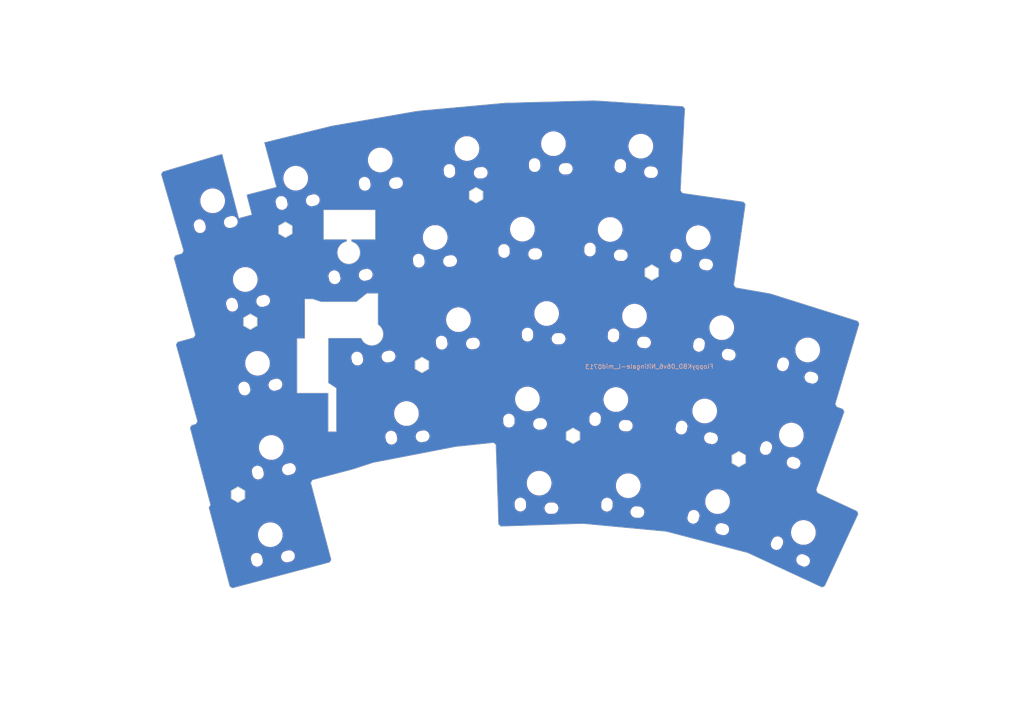
<source format=kicad_pcb>
(kicad_pcb (version 20221018) (generator pcbnew)
  (layers (0 "F.Cu" signal) (31 "B.Cu" signal) (34 "B.Paste" user) (35 "F.Paste" user) (36 "B.SilkS" user "B.Silkscreen") (37 "F.SilkS" user "F.Silkscreen") (38 "B.Mask" user) (39 "F.Mask" user) (44 "Edge.Cuts" user))
  (net 0 "")
  (net 1 "GND")
  (footprint "mylib:GateronLowProfileSwitch2.0_mid01" (layer "F.Cu") (at 66.245 42.561 -24.9)
    (fp_text reference "SW30")
    (fp_text value "SW_PUSH")
    (pad "" np_thru_hole oval (at -4.4 4.7 65.1) (size 2.65 2.1) (drill oval 2.65 2.1) (layers "F&B.Cu" "*.Mask"))
    (pad "" np_thru_hole circle (at 0 0 335.1) (size 5.1 5.1) (drill 5.1) (layers "F&B.Cu" "*.Mask"))
    (pad "" np_thru_hole oval (at 2.6 5.75 335.1) (size 2.65 2.1) (drill oval 2.65 2.1) (layers "F&B.Cu" "*.Mask"))
  )
  (footprint "mylib:GateronLowProfileSwitch2.0_mid01" (layer "F.Cu") (at 43.942 15.091 -11.31)
    (fp_text reference "SW24")
    (fp_text value "SW_PUSH")
    (pad "" np_thru_hole oval (at -4.4 4.7 78.69) (size 2.65 2.1) (drill oval 2.65 2.1) (layers "F&B.Cu" "*.Mask"))
    (pad "" np_thru_hole circle (at 0 0 348.69) (size 5.1 5.1) (drill 5.1) (layers "F&B.Cu" "*.Mask"))
    (pad "" np_thru_hole oval (at 2.6 5.75 348.69) (size 2.65 2.1) (drill oval 2.65 2.1) (layers "F&B.Cu" "*.Mask"))
  )
  (footprint "mylib:GateronLowProfileSwitch2.0_mid01" (layer "F.Cu") (at -29.366 -41.671 9.89)
    (fp_text reference "SW3")
    (fp_text value "SW_PUSH")
    (pad "" np_thru_hole oval (at -4.4 4.7 99.89) (size 2.65 2.1) (drill oval 2.65 2.1) (layers "F&B.Cu" "*.Mask"))
    (pad "" np_thru_hole circle (at 0 0 9.89) (size 5.1 5.1) (drill 5.1) (layers "F&B.Cu" "*.Mask"))
    (pad "" np_thru_hole oval (at 2.6 5.75 9.89) (size 2.65 2.1) (drill oval 2.65 2.1) (layers "F&B.Cu" "*.Mask"))
  )
  (footprint "mylib:GateronLowProfileSwitch2.0_mid02_nohole" (layer "F.Cu") (at -31.269 -2.295 12.24)
    (fp_text reference "SW14")
    (fp_text value "SW_PUSH")
    (pad "" np_thru_hole oval (at -4.4 4.7 102.24) (size 2.65 2.1) (drill oval 2.65 2.1) (layers "F&B.Cu" "*.Mask"))
    (pad "" np_thru_hole oval (at 2.6 5.75 12.24) (size 2.65 2.1) (drill oval 2.65 2.1) (layers "F&B.Cu" "*.Mask"))
  )
  (footprint "mylib:GateronLowProfileSwitch2.0_mid01" (layer "F.Cu") (at -54.215 43.059 14.84)
    (fp_text reference "SW26")
    (fp_text value "SW_PUSH")
    (pad "" np_thru_hole oval (at -4.4 4.7 104.84) (size 2.65 2.1) (drill oval 2.65 2.1) (layers "F&B.Cu" "*.Mask"))
    (pad "" np_thru_hole circle (at 0 0 14.84) (size 5.1 5.1) (drill 5.1) (layers "F&B.Cu" "*.Mask"))
    (pad "" np_thru_hole oval (at 2.6 5.75 14.84) (size 2.65 2.1) (drill oval 2.65 2.1) (layers "F&B.Cu" "*.Mask"))
  )
  (footprint "mylib:GateronLowProfileSwitch2.0_mid01" (layer "F.Cu") (at 6.528 31.409 1.91)
    (fp_text reference "SW27")
    (fp_text value "SW_PUSH")
    (pad "" np_thru_hole oval (at -4.4 4.7 91.91) (size 2.65 2.1) (drill oval 2.65 2.1) (layers "F&B.Cu" "*.Mask"))
    (pad "" np_thru_hole circle (at 0 0 1.91) (size 5.1 5.1) (drill 5.1) (layers "F&B.Cu" "*.Mask"))
    (pad "" np_thru_hole oval (at 2.6 5.75 1.91) (size 2.65 2.1) (drill oval 2.65 2.1) (layers "F&B.Cu" "*.Mask"))
  )
  (footprint "mylib:GateronLowProfileSwitch2.0_mid01" (layer "F.Cu") (at 8.221 -6.958 0.97)
    (fp_text reference "SW16")
    (fp_text value "SW_PUSH")
    (pad "" np_thru_hole oval (at -4.4 4.7 90.97) (size 2.65 2.1) (drill oval 2.65 2.1) (layers "F&B.Cu" "*.Mask"))
    (pad "" np_thru_hole circle (at 0 0 0.97) (size 5.1 5.1) (drill 5.1) (layers "F&B.Cu" "*.Mask"))
    (pad "" np_thru_hole oval (at 2.6 5.75 0.97) (size 2.65 2.1) (drill oval 2.65 2.1) (layers "F&B.Cu" "*.Mask"))
  )
  (footprint "mylib:GateronLowProfileSwitch2.0_mid01" (layer "F.Cu") (at 29.516 -44.792 -3.04)
    (fp_text reference "SW6")
    (fp_text value "SW_PUSH")
    (pad "" np_thru_hole oval (at -4.4 4.7 86.96) (size 2.65 2.1) (drill oval 2.65 2.1) (layers "F&B.Cu" "*.Mask"))
    (pad "" np_thru_hole circle (at 0 0 356.96) (size 5.1 5.1) (drill 5.1) (layers "F&B.Cu" "*.Mask"))
    (pad "" np_thru_hole oval (at 2.6 5.75 356.96) (size 2.65 2.1) (drill oval 2.65 2.1) (layers "F&B.Cu" "*.Mask"))
  )
  (footprint "mylib:GateronLowProfileSwitch2.0_mid01" (layer "F.Cu") (at -11.71 -5.562 7.05)
    (fp_text reference "SW15")
    (fp_text value "SW_PUSH")
    (pad "" np_thru_hole oval (at -4.4 4.7 97.05) (size 2.65 2.1) (drill oval 2.65 2.1) (layers "F&B.Cu" "*.Mask"))
    (pad "" np_thru_hole circle (at 0 0 7.05) (size 5.1 5.1) (drill 5.1) (layers "F&B.Cu" "*.Mask"))
    (pad "" np_thru_hole oval (at 2.6 5.75 7.05) (size 2.65 2.1) (drill oval 2.65 2.1) (layers "F&B.Cu" "*.Mask"))
  )
  (footprint "mylib:GateronLowProfileSwitch2.0_mid01" (layer "F.Cu") (at -53.994 23.345 14.84)
    (fp_text reference "SW20")
    (fp_text value "SW_PUSH")
    (pad "" np_thru_hole oval (at -4.4 4.7 104.84) (size 2.65 2.1) (drill oval 2.65 2.1) (layers "F&B.Cu" "*.Mask"))
    (pad "" np_thru_hole circle (at 0 0 14.84) (size 5.1 5.1) (drill 5.1) (layers "F&B.Cu" "*.Mask"))
    (pad "" np_thru_hole oval (at 2.6 5.75 14.84) (size 2.65 2.1) (drill oval 2.65 2.1) (layers "F&B.Cu" "*.Mask"))
  )
  (footprint "mylib:GateronLowProfileSwitch2.0_mid01" (layer "F.Cu") (at -23.455 15.666 10.96)
    (fp_text reference "SW21")
    (fp_text value "SW_PUSH")
    (pad "" np_thru_hole oval (at -4.4 4.7 100.96) (size 2.65 2.1) (drill oval 2.65 2.1) (layers "F&B.Cu" "*.Mask"))
    (pad "" np_thru_hole circle (at 0 0 10.96) (size 5.1 5.1) (drill 5.1) (layers "F&B.Cu" "*.Mask"))
    (pad "" np_thru_hole oval (at 2.6 5.75 10.96) (size 2.65 2.1) (drill oval 2.65 2.1) (layers "F&B.Cu" "*.Mask"))
  )
  (footprint "mylib:GateronLowProfileSwitch2.0_mid02_nohole" (layer "F.Cu") (at -36.493 -20.726 13.05)
    (fp_text reference "SW8")
    (fp_text value "SW_PUSH")
    (pad "" np_thru_hole oval (at -4.4 4.7 103.05) (size 2.65 2.1) (drill oval 2.65 2.1) (layers "F&B.Cu" "*.Mask"))
    (pad "" np_thru_hole oval (at 2.6 5.75 13.05) (size 2.65 2.1) (drill oval 2.65 2.1) (layers "F&B.Cu" "*.Mask"))
  )
  (footprint "mylib:GateronLowProfileSwitch2.0_mid01" (layer "F.Cu") (at 3.882 12.377 2.55)
    (fp_text reference "SW22")
    (fp_text value "SW_PUSH")
    (pad "" np_thru_hole oval (at -4.4 4.7 92.55) (size 2.65 2.1) (drill oval 2.65 2.1) (layers "F&B.Cu" "*.Mask"))
    (pad "" np_thru_hole circle (at 0 0 2.55) (size 5.1 5.1) (drill 5.1) (layers "F&B.Cu" "*.Mask"))
    (pad "" np_thru_hole oval (at 2.6 5.75 2.55) (size 2.65 2.1) (drill oval 2.65 2.1) (layers "F&B.Cu" "*.Mask"))
  )
  (footprint "mylib:GateronLowProfileSwitch2.0_mid01" (layer "F.Cu") (at 26.663 31.987 -5.2)
    (fp_text reference "SW28")
    (fp_text value "SW_PUSH")
    (pad "" np_thru_hole oval (at -4.4 4.7 84.8) (size 2.65 2.1) (drill oval 2.65 2.1) (layers "F&B.Cu" "*.Mask"))
    (pad "" np_thru_hole circle (at 0 0 354.8) (size 5.1 5.1) (drill 5.1) (layers "F&B.Cu" "*.Mask"))
    (pad "" np_thru_hole oval (at 2.6 5.75 354.8) (size 2.65 2.1) (drill oval 2.65 2.1) (layers "F&B.Cu" "*.Mask"))
  )
  (footprint "mylib:GateronLowProfileSwitch2.0_mid01" (layer "F.Cu") (at -57.108 4.3 15.57)
    (fp_text reference "SW13")
    (fp_text value "SW_PUSH")
    (pad "" np_thru_hole oval (at -4.4 4.7 105.57) (size 2.65 2.1) (drill oval 2.65 2.1) (layers "F&B.Cu" "*.Mask"))
    (pad "" np_thru_hole circle (at 0 0 15.57) (size 5.1 5.1) (drill 5.1) (layers "F&B.Cu" "*.Mask"))
    (pad "" np_thru_hole oval (at 2.6 5.75 15.57) (size 2.65 2.1) (drill oval 2.65 2.1) (layers "F&B.Cu" "*.Mask"))
  )
  (footprint "mylib:GateronLowProfileSwitch2.0_mid01" (layer "F.Cu") (at 2.747 -26.028 2.97)
    (fp_text reference "SW10")
    (fp_text value "SW_PUSH")
    (pad "" np_thru_hole oval (at -4.4 4.7 92.97) (size 2.65 2.1) (drill oval 2.65 2.1) (layers "F&B.Cu" "*.Mask"))
    (pad "" np_thru_hole circle (at 0 0 2.97) (size 5.1 5.1) (drill 5.1) (layers "F&B.Cu" "*.Mask"))
    (pad "" np_thru_hole oval (at 2.6 5.75 2.97) (size 2.65 2.1) (drill oval 2.65 2.1) (layers "F&B.Cu" "*.Mask"))
  )
  (footprint "mylib:GateronLowProfileSwitch2.0_mid01" (layer "F.Cu") (at 47.797 -3.747 -9.92)
    (fp_text reference "SW18")
    (fp_text value "SW_PUSH")
    (pad "" np_thru_hole oval (at -4.4 4.7 80.08) (size 2.65 2.1) (drill oval 2.65 2.1) (layers "F&B.Cu" "*.Mask"))
    (pad "" np_thru_hole circle (at 0 0 350.08) (size 5.1 5.1) (drill 5.1) (layers "F&B.Cu" "*.Mask"))
    (pad "" np_thru_hole oval (at 2.6 5.75 350.08) (size 2.65 2.1) (drill oval 2.65 2.1) (layers "F&B.Cu" "*.Mask"))
  )
  (footprint "mylib:GateronLowProfileSwitch2.0_mid01" (layer "F.Cu") (at -9.779 -44.269 5.22)
    (fp_text reference "SW4")
    (fp_text value "SW_PUSH")
    (pad "" np_thru_hole oval (at -4.4 4.7 95.22) (size 2.65 2.1) (drill oval 2.65 2.1) (layers "F&B.Cu" "*.Mask"))
    (pad "" np_thru_hole circle (at 0 0 5.22) (size 5.1 5.1) (drill 5.1) (layers "F&B.Cu" "*.Mask"))
    (pad "" np_thru_hole oval (at 2.6 5.75 5.22) (size 2.65 2.1) (drill oval 2.65 2.1) (layers "F&B.Cu" "*.Mask"))
  )
  (footprint "mylib:GateronLowProfileSwitch2.0_mid01" (layer "F.Cu") (at 22.577 -25.962 -2)
    (fp_text reference "SW11")
    (fp_text value "SW_PUSH")
    (pad "" np_thru_hole oval (at -4.4 4.7 88) (size 2.65 2.1) (drill oval 2.65 2.1) (layers "F&B.Cu" "*.Mask"))
    (pad "" np_thru_hole circle (at 0 0 358) (size 5.1 5.1) (drill 5.1) (layers "F&B.Cu" "*.Mask"))
    (pad "" np_thru_hole oval (at 2.6 5.75 358) (size 2.65 2.1) (drill oval 2.65 2.1) (layers "F&B.Cu" "*.Mask"))
  )
  (footprint "mylib:GateronLowProfileSwitch2.0_mid01" (layer "F.Cu") (at 9.765 -45.354 1.73)
    (fp_text reference "SW5")
    (fp_text value "SW_PUSH")
    (pad "" np_thru_hole oval (at -4.4 4.7 91.73) (size 2.65 2.1) (drill oval 2.65 2.1) (layers "F&B.Cu" "*.Mask"))
    (pad "" np_thru_hole circle (at 0 0 1.73) (size 5.1 5.1) (drill 5.1) (layers "F&B.Cu" "*.Mask"))
    (pad "" np_thru_hole oval (at 2.6 5.75 1.73) (size 2.65 2.1) (drill oval 2.65 2.1) (layers "F&B.Cu" "*.Mask"))
  )
  (footprint "mylib:GateronLowProfileSwitch2.0_mid01" (layer "F.Cu") (at 42.483 -24.092 -8.1)
    (fp_text reference "SW12")
    (fp_text value "SW_PUSH")
    (pad "" np_thru_hole oval (at -4.4 4.7 81.9) (size 2.65 2.1) (drill oval 2.65 2.1) (layers "F&B.Cu" "*.Mask"))
    (pad "" np_thru_hole circle (at 0 0 351.9) (size 5.1 5.1) (drill 5.1) (layers "F&B.Cu" "*.Mask"))
    (pad "" np_thru_hole oval (at 2.6 5.75 351.9) (size 2.65 2.1) (drill oval 2.65 2.1) (layers "F&B.Cu" "*.Mask"))
  )
  (footprint "mylib:GateronLowProfileSwitch2.0_mid01" (layer "F.Cu") (at -59.879 -14.652 15.57)
    (fp_text reference "SW7")
    (fp_text value "SW_PUSH")
    (pad "" np_thru_hole oval (at -4.4 4.7 105.57) (size 2.65 2.1) (drill oval 2.65 2.1) (layers "F&B.Cu" "*.Mask"))
    (pad "" np_thru_hole circle (at 0 0 15.57) (size 5.1 5.1) (drill 5.1) (layers "F&B.Cu" "*.Mask"))
    (pad "" np_thru_hole oval (at 2.6 5.75 15.57) (size 2.65 2.1) (drill oval 2.65 2.1) (layers "F&B.Cu" "*.Mask"))
  )
  (footprint "mylib:GateronLowProfileSwitch2.0_mid01" (layer "F.Cu") (at -16.961 -24.156 7.88)
    (fp_text reference "SW9")
    (fp_text value "SW_PUSH")
    (pad "" np_thru_hole oval (at -4.4 4.7 97.88) (size 2.65 2.1) (drill oval 2.65 2.1) (layers "F&B.Cu" "*.Mask"))
    (pad "" np_thru_hole circle (at 0 0 7.88) (size 5.1 5.1) (drill 5.1) (layers "F&B.Cu" "*.Mask"))
    (pad "" np_thru_hole oval (at 2.6 5.75 7.88) (size 2.65 2.1) (drill oval 2.65 2.1) (layers "F&B.Cu" "*.Mask"))
  )
  (footprint "mylib:GateronLowProfileSwitch2.0_mid01" (layer "F.Cu") (at 63.52 20.535 -19.72)
    (fp_text reference "SW25")
    (fp_text value "SW_PUSH")
    (pad "" np_thru_hole oval (at -4.4 4.7 70.28) (size 2.65 2.1) (drill oval 2.65 2.1) (layers "F&B.Cu" "*.Mask"))
    (pad "" np_thru_hole circle (at 0 0 340.28) (size 5.1 5.1) (drill 5.1) (layers "F&B.Cu" "*.Mask"))
    (pad "" np_thru_hole oval (at 2.6 5.75 340.28) (size 2.65 2.1) (drill oval 2.65 2.1) (layers "F&B.Cu" "*.Mask"))
  )
  (footprint "mylib:GateronLowProfileSwitch2.0_mid01" (layer "F.Cu") (at 23.868 12.506 -3.6)
    (fp_text reference "SW23")
    (fp_text value "SW_PUSH")
    (pad "" np_thru_hole oval (at -4.4 4.7 86.4) (size 2.65 2.1) (drill oval 2.65 2.1) (layers "F&B.Cu" "*.Mask"))
    (pad "" np_thru_hole circle (at 0 0 356.4) (size 5.1 5.1) (drill 5.1) (layers "F&B.Cu" "*.Mask"))
    (pad "" np_thru_hole oval (at 2.6 5.75 356.4) (size 2.65 2.1) (drill oval 2.65 2.1) (layers "F&B.Cu" "*.Mask"))
  )
  (footprint "mylib:GateronLowProfileSwitch2.0_mid01" (layer "F.Cu") (at 46.844 35.584 -14.67)
    (fp_text reference "SW29")
    (fp_text value "SW_PUSH")
    (pad "" np_thru_hole oval (at -4.4 4.7 75.33) (size 2.65 2.1) (drill oval 2.65 2.1) (layers "F&B.Cu" "*.Mask"))
    (pad "" np_thru_hole circle (at 0 0 345.33) (size 5.1 5.1) (drill 5.1) (layers "F&B.Cu" "*.Mask"))
    (pad "" np_thru_hole oval (at 2.6 5.75 345.33) (size 2.65 2.1) (drill oval 2.65 2.1) (layers "F&B.Cu" "*.Mask"))
  )
  (footprint "mylib:GateronLowProfileSwitch2.0_mid01" (layer "F.Cu") (at -48.475 -37.55 13.39)
    (fp_text reference "SW2")
    (fp_text value "SW_PUSH")
    (pad "" np_thru_hole oval (at -4.4 4.7 103.39) (size 2.65 2.1) (drill oval 2.65 2.1) (layers "F&B.Cu" "*.Mask"))
    (pad "" np_thru_hole circle (at 0 0 13.39) (size 5.1 5.1) (drill 5.1) (layers "F&B.Cu" "*.Mask"))
    (pad "" np_thru_hole oval (at 2.6 5.75 13.39) (size 2.65 2.1) (drill oval 2.65 2.1) (layers "F&B.Cu" "*.Mask"))
  )
  (footprint "mylib:GateronLowProfileSwitch2.0_mid01" (layer "F.Cu") (at 28.081 -6.355 -4.4)
    (fp_text reference "SW17")
    (fp_text value "SW_PUSH")
    (pad "" np_thru_hole oval (at -4.4 4.7 85.6) (size 2.65 2.1) (drill oval 2.65 2.1) (layers "F&B.Cu" "*.Mask"))
    (pad "" np_thru_hole circle (at 0 0 355.6) (size 5.1 5.1) (drill 5.1) (layers "F&B.Cu" "*.Mask"))
    (pad "" np_thru_hole oval (at 2.6 5.75 355.6) (size 2.65 2.1) (drill oval 2.65 2.1) (layers "F&B.Cu" "*.Mask"))
  )
  (footprint "mylib:GateronLowProfileSwitch2.0_mid01" (layer "F.Cu") (at -67.25 -32.444 16.25)
    (fp_text reference "SW1")
    (fp_text value "SW_PUSH")
    (pad "" np_thru_hole oval (at -4.4 4.7 106.25) (size 2.65 2.1) (drill oval 2.65 2.1) (layers "F&B.Cu" "*.Mask"))
    (pad "" np_thru_hole circle (at 0 0 16.25) (size 5.1 5.1) (drill 5.1) (layers "F&B.Cu" "*.Mask"))
    (pad "" np_thru_hole oval (at 2.6 5.75 16.25) (size 2.65 2.1) (drill oval 2.65 2.1) (layers "F&B.Cu" "*.Mask"))
  )
  (footprint "mylib:GateronLowProfileSwitch2.0_mid01" (layer "F.Cu") (at 67.206 1.284 -16.62)
    (fp_text reference "SW19")
    (fp_text value "SW_PUSH")
    (pad "" np_thru_hole oval (at -4.4 4.7 73.38) (size 2.65 2.1) (drill oval 2.65 2.1) (layers "F&B.Cu" "*.Mask"))
    (pad "" np_thru_hole circle (at 0 0 343.38) (size 5.1 5.1) (drill 5.1) (layers "F&B.Cu" "*.Mask"))
    (pad "" np_thru_hole oval (at 2.6 5.75 343.38) (size 2.65 2.1) (drill oval 2.65 2.1) (layers "F&B.Cu" "*.Mask"))
  )
  (gr_line (start -6.2 -34.575) (end -6.2 -32.825) (stroke (width 0.2)) (layer "Edge.Cuts"))
  (gr_line (start 78.549939 -5.250939) (end 78.883835 -4.621774) (stroke (width 0.1)) (layer "Edge.Cuts"))
  (gr_line (start -36.957071 -23.233417) (end -36.957071 -23.72) (stroke (width 0.1)) (layer "Edge.Cuts"))
  (gr_line (start 69.464253 33.581809) (end 69.17943 32.900645) (stroke (width 0.1)) (layer "Edge.Cuts"))
  (gr_line (start 12.668911 19.825) (end 14.184456 18.95) (stroke (width 0.2)) (layer "Edge.Cuts"))
  (gr_line (start 15.7 19.825) (end 15.7 21.575) (stroke (width 0.2)) (layer "Edge.Cuts"))
  (gr_line (start -61.515544 32.25) (end -60 33.125) (stroke (width 0.2)) (layer "Edge.Cuts"))
  (gr_line (start 31.984456 -14.475) (end 30.468911 -15.35) (stroke (width 0.2)) (layer "Edge.Cuts"))
  (gr_line (start 50.126683 26.8625) (end 50.126683 25.1125) (stroke (width 0.2)) (layer "Edge.Cuts"))
  (gr_line (start 30.468911 -17.1) (end 31.984456 -17.975) (stroke (width 0.2)) (layer "Edge.Cuts"))
  (gr_line (start -41.1 -1.4) (end -33.656776 -1.4) (stroke (width 0.1)) (layer "Edge.Cuts"))
  (gr_line (start -40.786806 49.329904) (end -40.431492 48.718551) (stroke (width 0.1)) (layer "Edge.Cuts"))
  (gr_line (start -40.35674 -49.397813) (end -21.639187 -52.66174) (stroke (width 0.1)) (layer "Edge.Cuts"))
  (gr_line (start -6.2 -32.825) (end -7.715544 -31.95) (stroke (width 0.2)) (layer "Edge.Cuts"))
  (gr_line (start 78.650961 38.396613) (end 71.073411 54.723913) (stroke (width 0.1)) (layer "Edge.Cuts"))
  (gr_line (start 73.805821 14.130062) (end 75.197712 14.628982) (stroke (width 0.1)) (layer "Edge.Cuts"))
  (gr_line (start 53.157772 25.1125) (end 53.157772 26.8625) (stroke (width 0.2)) (layer "Edge.Cuts"))
  (gr_line (start -19.957772 6.4375) (end -21.473317 5.5625) (stroke (width 0.2)) (layer "Edge.Cuts"))
  (gr_line (start -52.331089 -26.775) (end -50.815544 -27.65) (stroke (width 0.2)) (layer "Edge.Cuts"))
  (gr_line (start 50.966721 -12.836711) (end 58.792206 -11.467457) (stroke (width 0.1)) (layer "Edge.Cuts"))
  (gr_line (start -71.057539 18.036978) (end -70.706007 17.435963) (stroke (width 0.1)) (layer "Edge.Cuts"))
  (gr_line (start -45.040173 31.31855) (end -40.431492 48.718551) (stroke (width 0.1)) (layer "Edge.Cuts"))
  (gr_line (start -45.040173 31.31855) (end -44.684862 30.707184) (stroke (width 0.1)) (layer "Edge.Cuts"))
  (gr_line (start 70.409373 54.966993) (end 53.628306 47.180258) (stroke (width 0.1)) (layer "Edge.Cuts"))
  (gr_arc (start -35.886221 -23.202756) (mid -36.565982 -18.177044) (end -36.957071 -23.233417) (stroke (width 0.1)) (layer "Edge.Cuts"))
  (gr_line (start -41.1 19.75) (end -39.3 19.75) (stroke (width 0.1)) (layer "Edge.Cuts"))
  (gr_line (start 39.479288 -53.276273) (end 38.497657 -34.766136) (stroke (width 0.1)) (layer "Edge.Cuts"))
  (gr_line (start -49.3 -26.775) (end -49.3 -25.025) (stroke (width 0.2)) (layer "Edge.Cuts"))
  (gr_line (start -75.674796 -20.1134) (end -76.022358 -19.498012) (stroke (width 0.1)) (layer "Edge.Cuts"))
  (gr_line (start -46.4 -1.3) (end -48.15 -1.3) (stroke (width 0.1)) (layer "Edge.Cuts"))
  (gr_line (start -75.191268 -0.522991) (end -75.539439 0.090239) (stroke (width 0.1)) (layer "Edge.Cuts"))
  (gr_line (start 58.792206 -11.467457) (end 78.549939 -5.250939) (stroke (width 0.1)) (layer "Edge.Cuts"))
  (gr_line (start 14.184456 22.45) (end 12.668911 21.575) (stroke (width 0.2)) (layer "Edge.Cuts"))
  (gr_line (start -9.231089 -34.575) (end -7.715544 -35.45) (stroke (width 0.2)) (layer "Edge.Cuts"))
  (gr_line (start -29.9 -4.446357) (end -29.9 -11.5) (stroke (width 0.1)) (layer "Edge.Cuts"))
  (gr_line (start -63.031089 33.125) (end -61.515544 32.25) (stroke (width 0.2)) (layer "Edge.Cuts"))
  (gr_line (start 31.984456 -17.975) (end 33.5 -17.1) (stroke (width 0.2)) (layer "Edge.Cuts"))
  (gr_line (start 18.974297 -55.136068) (end 39.006861 -53.808631) (stroke (width 0.1)) (layer "Edge.Cuts"))
  (gr_line (start -60 33.125) (end -60 34.875) (stroke (width 0.2)) (layer "Edge.Cuts"))
  (gr_line (start 50.126683 25.1125) (end 51.642228 24.2375) (stroke (width 0.2)) (layer "Edge.Cuts"))
  (gr_line (start -21.639187 -52.66174) (end -20.104403 -52.8647) (stroke (width 0.1)) (layer "Edge.Cuts"))
  (gr_line (start -58.734455 -6.85) (end -57.218911 -5.975) (stroke (width 0.2)) (layer "Edge.Cuts"))
  (gr_line (start -2.666207 40.721173) (end -2.149791 41.2042) (stroke (width 0.1)) (layer "Edge.Cuts"))
  (gr_line (start -57.218911 -5.975) (end -57.218911 -4.225) (stroke (width 0.2)) (layer "Edge.Cuts"))
  (gr_line (start 35.247742 42.368306) (end 16.339894 40.586513) (stroke (width 0.1)) (layer "Edge.Cuts"))
  (gr_line (start -41.1 11) (end -41.1 19.75) (stroke (width 0.1)) (layer "Edge.Cuts"))
  (gr_line (start -55.59 -45.65) (end -40.35674 -49.397813) (stroke (width 0.1)) (layer "Edge.Cuts"))
  (gr_line (start -57.218911 -4.225) (end -58.734455 -3.35) (stroke (width 0.2)) (layer "Edge.Cuts"))
  (gr_line (start 16.339894 40.586513) (end -2.149791 41.2042) (stroke (width 0.1)) (layer "Edge.Cuts"))
  (gr_line (start -48.15 -1.3) (end -48.15 11) (stroke (width 0.1)) (layer "Edge.Cuts"))
  (gr_line (start 15.7 21.575) (end 14.184456 22.45) (stroke (width 0.2)) (layer "Edge.Cuts"))
  (gr_line (start 53.167598 -31.64775) (end 50.545391 -13.417795) (stroke (width 0.1)) (layer "Edge.Cuts"))
  (gr_line (start -68.123683 36.926853) (end -63.389827 54.79945) (stroke (width 0.1)) (layer "Edge.Cuts"))
  (gr_line (start -52.87 -35.57) (end -55.59 -45.65) (stroke (width 0.1)) (layer "Edge.Cuts"))
  (gr_line (start -19.957772 2.9375) (end -18.442228 3.8125) (stroke (width 0.2)) (layer "Edge.Cuts"))
  (gr_line (start -39.3 9.95) (end -41.1 8.766413) (stroke (width 0.1)) (layer "Edge.Cuts"))
  (gr_line (start 38.966085 -34.19565) (end 38.497657 -34.766136) (stroke (width 0.1)) (layer "Edge.Cuts"))
  (gr_line (start -2.666207 40.721173) (end -3.2672 22.731209) (stroke (width 0.1)) (layer "Edge.Cuts"))
  (gr_line (start -42.17 -30.38) (end -30.5 -30.38) (stroke (width 0.1)) (layer "Edge.Cuts"))
  (gr_line (start 12.668911 21.575) (end 12.668911 19.825) (stroke (width 0.2)) (layer "Edge.Cuts"))
  (gr_line (start -1.1833 -54.594403) (end 18.974297 -55.136068) (stroke (width 0.1)) (layer "Edge.Cuts"))
  (gr_line (start -35.886221 -23.202756) (end -35.886221 -23.72) (stroke (width 0.1)) (layer "Edge.Cuts"))
  (gr_line (start -65.1 -43.05) (end -61.31674 -28.534941) (stroke (width 0.1)) (layer "Edge.Cuts"))
  (gr_line (start -60.25 -5.975) (end -58.734455 -6.85) (stroke (width 0.2)) (layer "Edge.Cuts"))
  (gr_line (start -39.3 19.75) (end -39.3 9.95) (stroke (width 0.1)) (layer "Edge.Cuts"))
  (gr_line (start -62.778475 55.154765) (end -63.389827 54.79945) (stroke (width 0.1)) (layer "Edge.Cuts"))
  (gr_line (start -20.104403 -52.8647) (end -1.1833 -54.594403) (stroke (width 0.1)) (layer "Edge.Cuts"))
  (gr_line (start -52.331089 -25.025) (end -52.331089 -26.775) (stroke (width 0.2)) (layer "Edge.Cuts"))
  (gr_line (start 78.407913 37.732589) (end 78.650961 38.396613) (stroke (width 0.1)) (layer "Edge.Cuts"))
  (gr_line (start -71.190048 -2.157093) (end -71.534827 -1.541959) (stroke (width 0.1)) (layer "Edge.Cuts"))
  (gr_line (start -44.6 -10.2) (end -42.8 -9.6) (stroke (width 0.1)) (layer "Edge.Cuts"))
  (gr_line (start -61.31674 -28.534941) (end -58.420337 -29.31651) (stroke (width 0.1)) (layer "Edge.Cuts"))
  (gr_line (start -60 34.875) (end -61.515544 35.75) (stroke (width 0.2)) (layer "Edge.Cuts"))
  (gr_line (start -50.815544 -24.15) (end -52.331089 -25.025) (stroke (width 0.2)) (layer "Edge.Cuts"))
  (gr_line (start -7.715544 -35.45) (end -6.2 -34.575) (stroke (width 0.2)) (layer "Edge.Cuts"))
  (gr_line (start -72.369881 18.898965) (end -67.759859 36.304028) (stroke (width 0.1)) (layer "Edge.Cuts"))
  (gr_line (start -3.781128 22.284006) (end -3.2672 22.731209) (stroke (width 0.1)) (layer "Edge.Cuts"))
  (gr_line (start -40.786806 49.329904) (end -62.778475 55.154765) (stroke (width 0.1)) (layer "Edge.Cuts"))
  (gr_line (start -49.3 -25.025) (end -50.815544 -24.15) (stroke (width 0.2)) (layer "Edge.Cuts"))
  (gr_line (start 53.628306 47.180258) (end 35.247742 42.368306) (stroke (width 0.1)) (layer "Edge.Cuts"))
  (gr_line (start 51.642228 24.2375) (end 53.157772 25.1125) (stroke (width 0.2)) (layer "Edge.Cuts"))
  (gr_line (start -30.5 -30.38) (end -30.5 -23.72) (stroke (width 0.1)) (layer "Edge.Cuts"))
  (gr_line (start -21.473317 5.5625) (end -21.473317 3.8125) (stroke (width 0.2)) (layer "Edge.Cuts"))
  (gr_line (start -65.1 -43.05) (end -78.549334 -39.048708) (stroke (width 0.1)) (layer "Edge.Cuts"))
  (gr_line (start -44.6 -10.2) (end -46.4 -10.2) (stroke (width 0.1)) (layer "Edge.Cuts"))
  (gr_line (start -35.490806 28.271705) (end -30.975072 26.799217) (stroke (width 0.1)) (layer "Edge.Cuts"))
  (gr_line (start 75.499675 15.268371) (end 69.17943 32.900645) (stroke (width 0.1)) (layer "Edge.Cuts"))
  (gr_line (start 14.184456 18.95) (end 15.7 19.825) (stroke (width 0.2)) (layer "Edge.Cuts"))
  (gr_line (start 33.5 -17.1) (end 33.5 -15.35) (stroke (width 0.2)) (layer "Edge.Cuts"))
  (gr_line (start -21.473317 3.8125) (end -19.957772 2.9375) (stroke (width 0.2)) (layer "Edge.Cuts"))
  (gr_line (start 53.157772 26.8625) (end 51.642228 27.7375) (stroke (width 0.2)) (layer "Edge.Cuts"))
  (gr_line (start 50.966721 -12.836711) (end 50.545391 -13.417795) (stroke (width 0.1)) (layer "Edge.Cuts"))
  (gr_line (start 69.464253 33.581809) (end 78.407913 37.732589) (stroke (width 0.1)) (layer "Edge.Cuts"))
  (gr_line (start -42.17 -23.72) (end -36.957071 -23.72) (stroke (width 0.1)) (layer "Edge.Cuts"))
  (gr_line (start -58.734455 -3.35) (end -60.25 -4.225) (stroke (width 0.2)) (layer "Edge.Cuts"))
  (gr_line (start -50.815544 -27.65) (end -49.3 -26.775) (stroke (width 0.2)) (layer "Edge.Cuts"))
  (gr_line (start -18.442228 3.8125) (end -18.442228 5.5625) (stroke (width 0.2)) (layer "Edge.Cuts"))
  (gr_line (start -41.1 8.766413) (end -41.1 -1.4) (stroke (width 0.1)) (layer "Edge.Cuts"))
  (gr_line (start 51.642228 27.7375) (end 50.126683 26.8625) (stroke (width 0.2)) (layer "Edge.Cuts"))
  (gr_line (start 30.468911 -15.35) (end 30.468911 -17.1) (stroke (width 0.2)) (layer "Edge.Cuts"))
  (gr_line (start -3.781128 22.284006) (end -12.321783 23.186072) (stroke (width 0.1)) (layer "Edge.Cuts"))
  (gr_line (start -71.057539 18.036978) (end -72.013861 18.290276) (stroke (width 0.1)) (layer "Edge.Cuts"))
  (gr_line (start 39.006861 -53.808631) (end 39.479288 -53.276273) (stroke (width 0.1)) (layer "Edge.Cuts"))
  (gr_line (start -32.375 -11.5) (end -34.75 -9.6) (stroke (width 0.1)) (layer "Edge.Cuts"))
  (gr_line (start 73.805821 14.130062) (end 73.478198 13.482251) (stroke (width 0.1)) (layer "Edge.Cuts"))
  (gr_line (start -75.674796 -20.1134) (end -74.193992 -20.529669) (stroke (width 0.1)) (layer "Edge.Cuts"))
  (gr_line (start -74.193992 -20.529669) (end -73.850471 -21.137903) (stroke (width 0.1)) (layer "Edge.Cuts"))
  (gr_line (start -71.190048 -2.157093) (end -76.022358 -19.498012) (stroke (width 0.1)) (layer "Edge.Cuts"))
  (gr_line (start 78.883835 -4.621774) (end 73.478198 13.482251) (stroke (width 0.1)) (layer "Edge.Cuts"))
  (gr_line (start -42.17 -30.38) (end -42.17 -23.72) (stroke (width 0.1)) (layer "Edge.Cuts"))
  (gr_line (start -58.420337 -29.31651) (end -59.593507 -33.817559) (stroke (width 0.1)) (layer "Edge.Cuts"))
  (gr_line (start -63.031089 34.875) (end -63.031089 33.125) (stroke (width 0.2)) (layer "Edge.Cuts"))
  (gr_line (start -73.850471 -21.137903) (end -78.888692 -38.426134) (stroke (width 0.1)) (layer "Edge.Cuts"))
  (gr_line (start -70.706007 17.435963) (end -75.539439 0.090239) (stroke (width 0.1)) (layer "Edge.Cuts"))
  (gr_line (start -18.442228 5.5625) (end -19.957772 6.4375) (stroke (width 0.2)) (layer "Edge.Cuts"))
  (gr_line (start 52.74388 -32.213844) (end 53.167598 -31.64775) (stroke (width 0.1)) (layer "Edge.Cuts"))
  (gr_line (start -7.715544 -31.95) (end -9.231089 -32.825) (stroke (width 0.2)) (layer "Edge.Cuts"))
  (gr_line (start -61.515544 35.75) (end -63.031089 34.875) (stroke (width 0.2)) (layer "Edge.Cuts"))
  (gr_line (start -29.9 -11.5) (end -32.375 -11.5) (stroke (width 0.1)) (layer "Edge.Cuts"))
  (gr_line (start -60.25 -4.225) (end -60.25 -5.975) (stroke (width 0.2)) (layer "Edge.Cuts"))
  (gr_line (start -68.123683 36.926853) (end -67.759859 36.304028) (stroke (width 0.1)) (layer "Edge.Cuts"))
  (gr_line (start -78.888692 -38.426134) (end -78.549334 -39.048708) (stroke (width 0.1)) (layer "Edge.Cuts"))
  (gr_line (start 71.073411 54.723913) (end 70.409373 54.966993) (stroke (width 0.1)) (layer "Edge.Cuts"))
  (gr_line (start -48.15 11) (end -41.1 11) (stroke (width 0.1)) (layer "Edge.Cuts"))
  (gr_line (start -9.231089 -32.825) (end -9.231089 -34.575) (stroke (width 0.2)) (layer "Edge.Cuts"))
  (gr_line (start 33.5 -15.35) (end 31.984456 -14.475) (stroke (width 0.2)) (layer "Edge.Cuts"))
  (gr_line (start -46.4 -10.2) (end -46.4 -1.3) (stroke (width 0.1)) (layer "Edge.Cuts"))
  (gr_line (start -34.75 -9.6) (end -42.8 -9.6) (stroke (width 0.1)) (layer "Edge.Cuts"))
  (gr_line (start -59.593507 -33.817559) (end -52.87 -35.57) (stroke (width 0.1)) (layer "Edge.Cuts"))
  (gr_line (start -75.191268 -0.522991) (end -71.534827 -1.541959) (stroke (width 0.1)) (layer "Edge.Cuts"))
  (gr_line (start -35.886221 -23.72) (end -30.5 -23.72) (stroke (width 0.1)) (layer "Edge.Cuts"))
  (gr_arc (start -29.9 -4.446357) (mid -29.662903 -0.314356) (end -33.656776 -1.4) (stroke (width 0.1)) (layer "Edge.Cuts"))
  (gr_line (start -30.975072 26.799217) (end -12.321783 23.186072) (stroke (width 0.1)) (layer "Edge.Cuts"))
  (gr_line (start 38.966085 -34.19565) (end 52.74388 -32.213844) (stroke (width 0.1)) (layer "Edge.Cuts"))
  (gr_line (start 75.197712 14.628982) (end 75.499675 15.268371) (stroke (width 0.1)) (layer "Edge.Cuts"))
  (gr_line (start -44.684862 30.707184) (end -35.490806 28.271705) (stroke (width 0.1)) (layer "Edge.Cuts"))
  (gr_line (start -72.013861 18.290276) (end -72.369881 18.898965) (stroke (width 0.1)) (layer "Edge.Cuts"))
  (gr_text "0713" (at 20.85 5.7) (layer "B.SilkS") (effects (font (size 1 1)) (justify left bottom mirror)))
  (gr_text "FloppyKBD_06v6_Nitingale-L_mid" (at 46 5.6) (layer "B.SilkS") (effects (font (size 1 1)) (justify left bottom mirror)))
  (zone (net 1) (net_name "GND") (layers "F&B.Cu") (connect_pads (clearance 0.15)) (min_thickness 0.25) (fill yes (thermal_gap 0.5) (thermal_bridge_width 0.5))
    (polygon (pts (xy -109.4 -76.7) (xy 94.95 -77.85) (xy 116.1 83) (xy -115.3 79.65)))
  )
)
</source>
